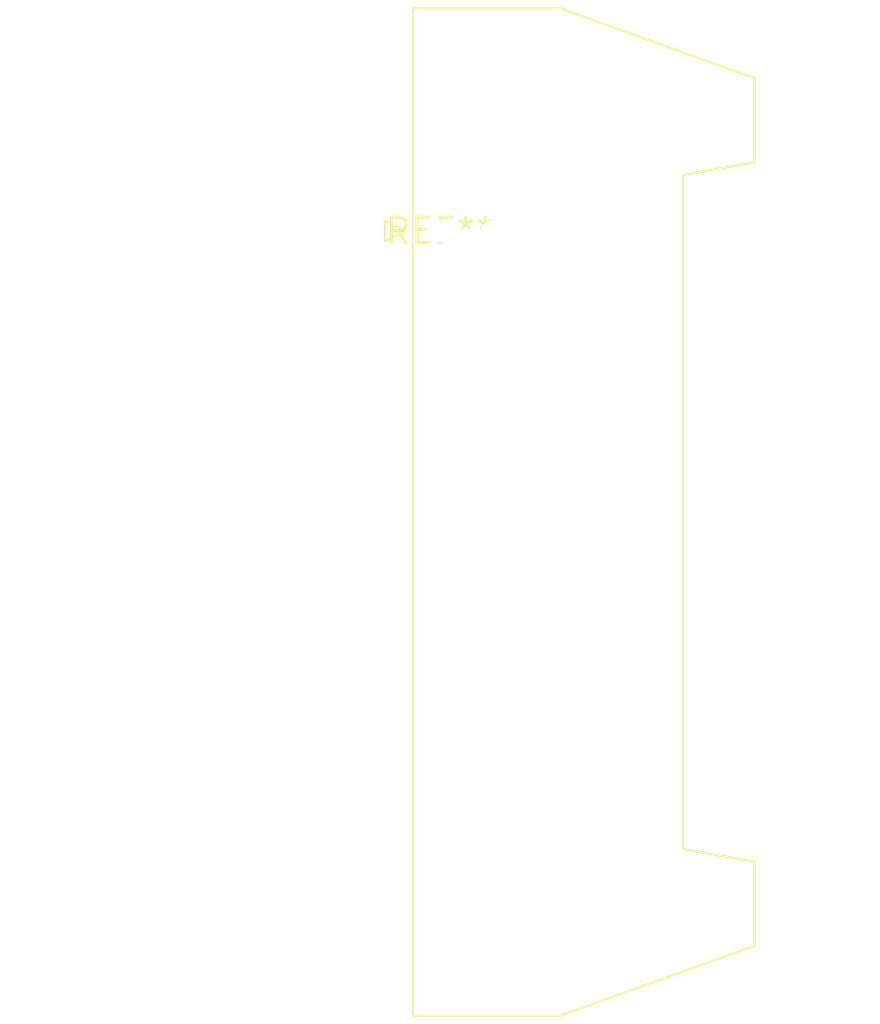
<source format=kicad_pcb>
(kicad_pcb (version 20240108) (generator pcbnew)
  (layers (0 "F.Cu" signal) (31 "B.Cu" signal) (34 "B.Paste" user) (35 "F.Paste" user) (36 "B.SilkS" user "B.Silkscreen") (37 "F.SilkS" user "F.Silkscreen") (38 "B.Mask" user) (39 "F.Mask" user) (44 "Edge.Cuts" user))
  (net 0 "")
  (footprint "IDC-Header_2x12_P2.54mm_Latch_Horizontal" (layer "F.Cu") (at 0 0)
    (property "Reference" "REF**")
    (property "Value" "IDC-Header_2x12_P2.54mm_Latch_Horizontal")
    (fp_line (start -2.74 -0.5) (end -2.74 0.5) (layer "F.SilkS") (stroke (width 0.12)))
    (fp_line (start -2.74 0.5) (end -1.74 0) (layer "F.SilkS") (stroke (width 0.12)))
    (fp_line (start -1.74 0) (end -2.74 -0.5) (layer "F.SilkS") (stroke (width 0.12)))
    (fp_line (start -1.35 -11.08) (end 5.98 -11.08) (layer "F.SilkS") (stroke (width 0.12)))
    (fp_line (start -1.35 39.02) (end -1.35 -11.08) (layer "F.SilkS") (stroke (width 0.12)))
    (fp_line (start 5.98 -11.08) (end 15.64 -7.61) (layer "F.SilkS") (stroke (width 0.12)))
    (fp_line (start 5.98 39.02) (end -1.35 39.02) (layer "F.SilkS") (stroke (width 0.12)))
    (fp_line (start 12.08 -2.79) (end 12.08 30.73) (layer "F.SilkS") (stroke (width 0.12)))
    (fp_line (start 12.08 30.73) (end 15.64 31.36) (layer "F.SilkS") (stroke (width 0.12)))
    (fp_line (start 15.64 -7.61) (end 15.64 -3.42) (layer "F.SilkS") (stroke (width 0.12)))
    (fp_line (start 15.64 -3.42) (end 12.08 -2.79) (layer "F.SilkS") (stroke (width 0.12)))
    (fp_line (start 15.64 31.36) (end 15.64 35.55) (layer "F.SilkS") (stroke (width 0.12)))
    (fp_line (start 15.64 35.55) (end 5.98 39.02) (layer "F.SilkS") (stroke (width 0.12)))
    (pad "1" thru_hole roundrect (at 0 0) (size 1.7 1.7) (drill 1) (layers *.Cu *.Mask) (remove_unused_layers) (roundrect_rratio 0.147059))
    (pad "2" thru_hole circle (at 2.54 0) (size 1.7 1.7) (drill 1) (layers *.Cu *.Mask) (remove_unused_layers))
    (pad "3" thru_hole circle (at 0 2.54) (size 1.7 1.7) (drill 1) (layers *.Cu *.Mask) (remove_unused_layers))
    (pad "4" thru_hole circle (at 2.54 2.54) (size 1.7 1.7) (drill 1) (layers *.Cu *.Mask) (remove_unused_layers))
    (pad "5" thru_hole circle (at 0 5.08) (size 1.7 1.7) (drill 1) (layers *.Cu *.Mask) (remove_unused_layers))
    (pad "6" thru_hole circle (at 2.54 5.08) (size 1.7 1.7) (drill 1) (layers *.Cu *.Mask) (remove_unused_layers))
    (pad "7" thru_hole circle (at 0 7.62) (size 1.7 1.7) (drill 1) (layers *.Cu *.Mask) (remove_unused_layers))
    (pad "8" thru_hole circle (at 2.54 7.62) (size 1.7 1.7) (drill 1) (layers *.Cu *.Mask) (remove_unused_layers))
    (pad "9" thru_hole circle (at 0 10.16) (size 1.7 1.7) (drill 1) (layers *.Cu *.Mask) (remove_unused_layers))
    (pad "10" thru_hole circle (at 2.54 10.16) (size 1.7 1.7) (drill 1) (layers *.Cu *.Mask) (remove_unused_layers))
    (pad "11" thru_hole circle (at 0 12.7) (size 1.7 1.7) (drill 1) (layers *.Cu *.Mask) (remove_unused_layers))
    (pad "12" thru_hole circle (at 2.54 12.7) (size 1.7 1.7) (drill 1) (layers *.Cu *.Mask) (remove_unused_layers))
    (pad "13" thru_hole circle (at 0 15.24) (size 1.7 1.7) (drill 1) (layers *.Cu *.Mask) (remove_unused_layers))
    (pad "14" thru_hole circle (at 2.54 15.24) (size 1.7 1.7) (drill 1) (layers *.Cu *.Mask) (remove_unused_layers))
    (pad "15" thru_hole circle (at 0 17.78) (size 1.7 1.7) (drill 1) (layers *.Cu *.Mask) (remove_unused_layers))
    (pad "16" thru_hole circle (at 2.54 17.78) (size 1.7 1.7) (drill 1) (layers *.Cu *.Mask) (remove_unused_layers))
    (pad "17" thru_hole circle (at 0 20.32) (size 1.7 1.7) (drill 1) (layers *.Cu *.Mask) (remove_unused_layers))
    (pad "18" thru_hole circle (at 2.54 20.32) (size 1.7 1.7) (drill 1) (layers *.Cu *.Mask) (remove_unused_layers))
    (pad "19" thru_hole circle (at 0 22.86) (size 1.7 1.7) (drill 1) (layers *.Cu *.Mask) (remove_unused_layers))
    (pad "20" thru_hole circle (at 2.54 22.86) (size 1.7 1.7) (drill 1) (layers *.Cu *.Mask) (remove_unused_layers))
    (pad "21" thru_hole circle (at 0 25.4) (size 1.7 1.7) (drill 1) (layers *.Cu *.Mask) (remove_unused_layers))
    (pad "22" thru_hole circle (at 2.54 25.4) (size 1.7 1.7) (drill 1) (layers *.Cu *.Mask) (remove_unused_layers))
    (pad "23" thru_hole circle (at 0 27.94) (size 1.7 1.7) (drill 1) (layers *.Cu *.Mask) (remove_unused_layers))
    (pad "24" thru_hole circle (at 2.54 27.94) (size 1.7 1.7) (drill 1) (layers *.Cu *.Mask) (remove_unused_layers))
  )
)
</source>
